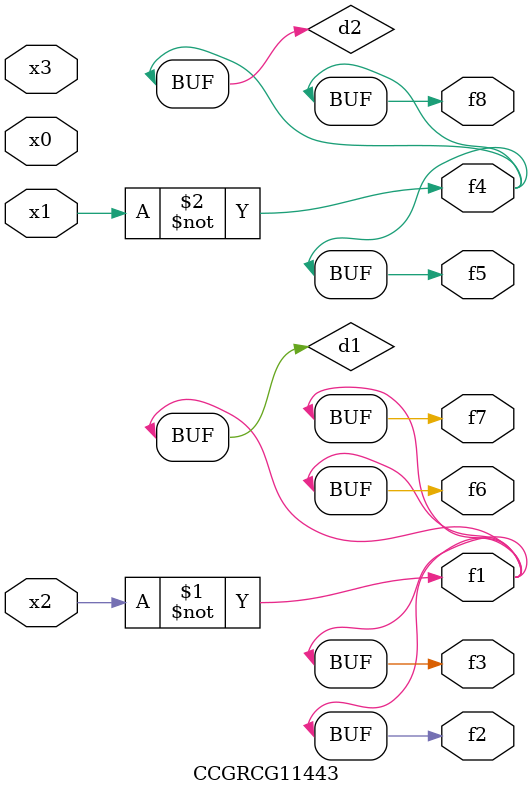
<source format=v>
module CCGRCG11443(
	input x0, x1, x2, x3,
	output f1, f2, f3, f4, f5, f6, f7, f8
);

	wire d1, d2;

	xnor (d1, x2);
	not (d2, x1);
	assign f1 = d1;
	assign f2 = d1;
	assign f3 = d1;
	assign f4 = d2;
	assign f5 = d2;
	assign f6 = d1;
	assign f7 = d1;
	assign f8 = d2;
endmodule

</source>
